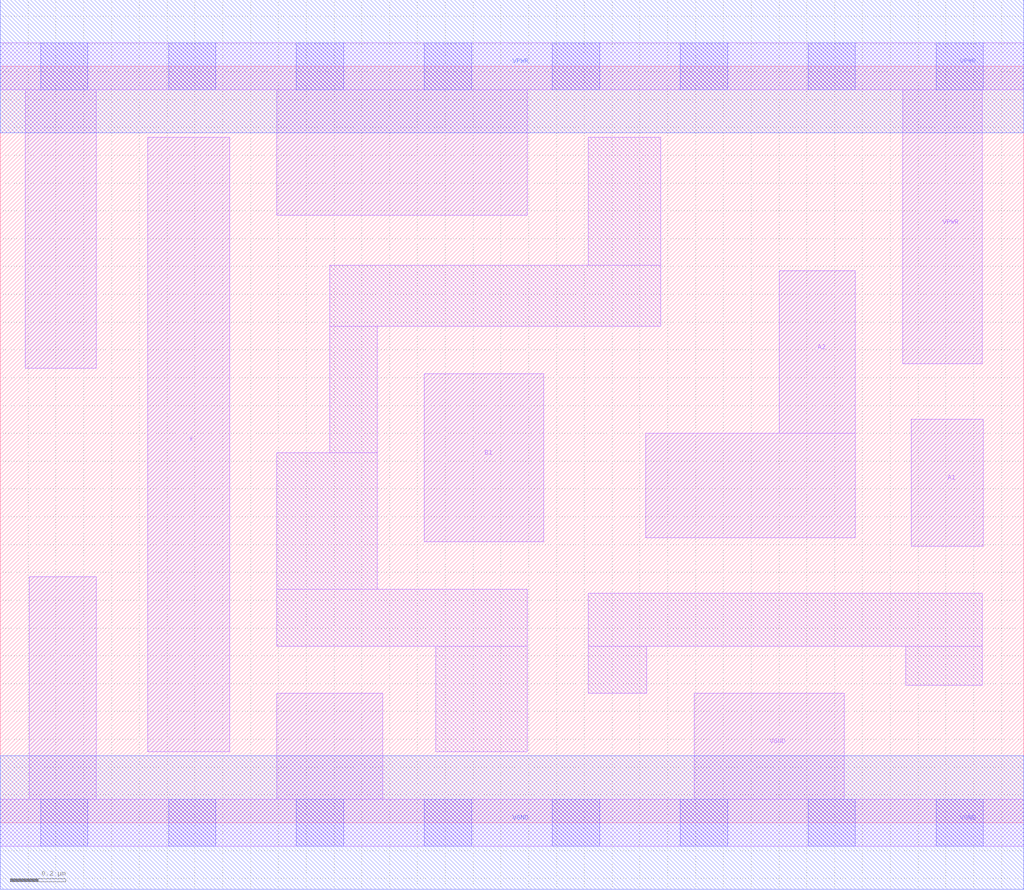
<source format=lef>
# Copyright 2020 The SkyWater PDK Authors
#
# Licensed under the Apache License, Version 2.0 (the "License");
# you may not use this file except in compliance with the License.
# You may obtain a copy of the License at
#
#     https://www.apache.org/licenses/LICENSE-2.0
#
# Unless required by applicable law or agreed to in writing, software
# distributed under the License is distributed on an "AS IS" BASIS,
# WITHOUT WARRANTIES OR CONDITIONS OF ANY KIND, either express or implied.
# See the License for the specific language governing permissions and
# limitations under the License.
#
# SPDX-License-Identifier: Apache-2.0

VERSION 5.7 ;
  NAMESCASESENSITIVE ON ;
  NOWIREEXTENSIONATPIN ON ;
  DIVIDERCHAR "/" ;
  BUSBITCHARS "[]" ;
UNITS
  DATABASE MICRONS 200 ;
END UNITS
PROPERTYDEFINITIONS
  MACRO maskLayoutSubType STRING ;
  MACRO prCellType STRING ;
  MACRO originalViewName STRING ;
END PROPERTYDEFINITIONS
MACRO sky130_fd_sc_hdll__o21a_2
  CLASS CORE ;
  FOREIGN sky130_fd_sc_hdll__o21a_2 ;
  ORIGIN  0.000000  0.000000 ;
  SIZE  3.680000 BY  2.720000 ;
  SYMMETRY X Y R90 ;
  SITE unithd ;
  PIN A1
    ANTENNAGATEAREA  0.277500 ;
    DIRECTION INPUT ;
    USE SIGNAL ;
    PORT
      LAYER li1 ;
        RECT 3.275000 0.995000 3.535000 1.450000 ;
    END
  END A1
  PIN A2
    ANTENNAGATEAREA  0.277500 ;
    DIRECTION INPUT ;
    USE SIGNAL ;
    PORT
      LAYER li1 ;
        RECT 2.320000 1.025000 3.075000 1.400000 ;
        RECT 2.800000 1.400000 3.075000 1.985000 ;
    END
  END A2
  PIN B1
    ANTENNAGATEAREA  0.277500 ;
    DIRECTION INPUT ;
    USE SIGNAL ;
    PORT
      LAYER li1 ;
        RECT 1.525000 1.010000 1.955000 1.615000 ;
    END
  END B1
  PIN VGND
    ANTENNADIFFAREA  0.718250 ;
    DIRECTION INOUT ;
    USE SIGNAL ;
    PORT
      LAYER li1 ;
        RECT 0.000000 -0.085000 3.680000 0.085000 ;
        RECT 0.105000  0.085000 0.345000 0.885000 ;
        RECT 0.995000  0.085000 1.375000 0.465000 ;
        RECT 2.495000  0.085000 3.035000 0.465000 ;
      LAYER mcon ;
        RECT 0.145000 -0.085000 0.315000 0.085000 ;
        RECT 0.605000 -0.085000 0.775000 0.085000 ;
        RECT 1.065000 -0.085000 1.235000 0.085000 ;
        RECT 1.525000 -0.085000 1.695000 0.085000 ;
        RECT 1.985000 -0.085000 2.155000 0.085000 ;
        RECT 2.445000 -0.085000 2.615000 0.085000 ;
        RECT 2.905000 -0.085000 3.075000 0.085000 ;
        RECT 3.365000 -0.085000 3.535000 0.085000 ;
      LAYER met1 ;
        RECT 0.000000 -0.240000 3.680000 0.240000 ;
    END
  END VGND
  PIN VPWR
    ANTENNADIFFAREA  1.365000 ;
    DIRECTION INOUT ;
    USE SIGNAL ;
    PORT
      LAYER li1 ;
        RECT 0.000000 2.635000 3.680000 2.805000 ;
        RECT 0.090000 1.635000 0.345000 2.635000 ;
        RECT 0.995000 2.185000 1.895000 2.635000 ;
        RECT 3.245000 1.650000 3.530000 2.635000 ;
      LAYER mcon ;
        RECT 0.145000 2.635000 0.315000 2.805000 ;
        RECT 0.605000 2.635000 0.775000 2.805000 ;
        RECT 1.065000 2.635000 1.235000 2.805000 ;
        RECT 1.525000 2.635000 1.695000 2.805000 ;
        RECT 1.985000 2.635000 2.155000 2.805000 ;
        RECT 2.445000 2.635000 2.615000 2.805000 ;
        RECT 2.905000 2.635000 3.075000 2.805000 ;
        RECT 3.365000 2.635000 3.535000 2.805000 ;
      LAYER met1 ;
        RECT 0.000000 2.480000 3.680000 2.960000 ;
    END
  END VPWR
  PIN X
    ANTENNADIFFAREA  0.506250 ;
    DIRECTION OUTPUT ;
    USE SIGNAL ;
    PORT
      LAYER li1 ;
        RECT 0.530000 0.255000 0.825000 2.465000 ;
    END
  END X
  OBS
    LAYER li1 ;
      RECT 0.995000 0.635000 1.895000 0.840000 ;
      RECT 0.995000 0.840000 1.355000 1.330000 ;
      RECT 1.185000 1.330000 1.355000 1.785000 ;
      RECT 1.185000 1.785000 2.375000 2.005000 ;
      RECT 1.565000 0.255000 1.895000 0.635000 ;
      RECT 2.115000 0.465000 2.325000 0.635000 ;
      RECT 2.115000 0.635000 3.530000 0.825000 ;
      RECT 2.115000 2.005000 2.375000 2.465000 ;
      RECT 3.255000 0.495000 3.530000 0.635000 ;
  END
  PROPERTY maskLayoutSubType "abstract" ;
  PROPERTY prCellType "standard" ;
  PROPERTY originalViewName "layout" ;
END sky130_fd_sc_hdll__o21a_2

</source>
